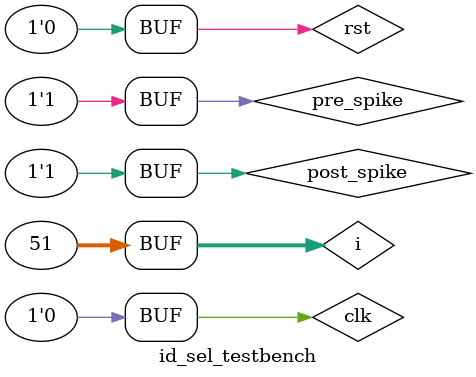
<source format=v>
module id_sel(clk, rst, pre_spike, post_spike, incr, decr, sim);
	input clk, rst, pre_spike, post_spike; 				// single bit inputs
	output reg incr, decr;										// 5 bit address
	output wire sim;
	
	assign sim = pre_spike && post_spike;
	
	
	always @ (posedge clk, posedge rst)
	begin 
		if (rst)
			begin
				decr <= 1'b0;
				incr <= 1'b0;
				//sim  <= 1'b0;
			end	
			
		else begin
			if(pre_spike && ~post_spike) begin
					decr <= 1'b0;
					incr <= 1'b1;
					//sim  <= 1'b0;
				end
			
			if  (~pre_spike && post_spike) begin
				decr <= 1'b1;
				incr <= 1'b0;
				//sim  <= 1'b0;	
			end
			
			/*if (pre_spike && post_spike) begin
					sim <= 1'b1;
			end
			
			if (~pre_spike && ~post_spike) begin		
				sim	<=1'b0;
			end*/
			/*begin
				decr <= 1'b0;
				incr <= 1'b0;
			end*/	
		end	
	end 
endmodule


module id_sel_testbench();
	wire incr, decr, sim;
	reg clk, pre_spike, post_spike,rst;
	integer i;
	
	id_sel devicetest  (.clk(clk),
						.rst(rst), 
						.pre_spike(pre_spike),
						.post_spike(post_spike),
						.incr(incr),
						.decr(decr),
						.sim(sim)
						  );
	initial begin
		// Initialize Inputs
		rst = 1'b1;
		clk  = 1'b0;
		pre_spike = 1'b0;
		post_spike = 1'b0;
		
		
		#10; //wait 10 nanoseconds 
		rst = 1'b0;
		pre_spike = 1'b1;
		post_spike = 1'b0;
		
		#20; 
		pre_spike = 1'b0;
		post_spike = 1'b0;
		
		
		#20;
		pre_spike = 1'b0;
		post_spike = 1'b1;
		
		#10;
		pre_spike = 1'b0;
		post_spike = 1'b0;
		
		#20;
		
		pre_spike = 1'b1;
		post_spike = 1'b1;
		#10;
		
	end
	
	// Create a clock that switches every 10 timepoints
	initial begin
			clk  = 1'b0;
			for(i = 0; i<=50; i = i+1) begin
				#10 clk = ~clk; 
			end
	end
endmodule 
</source>
